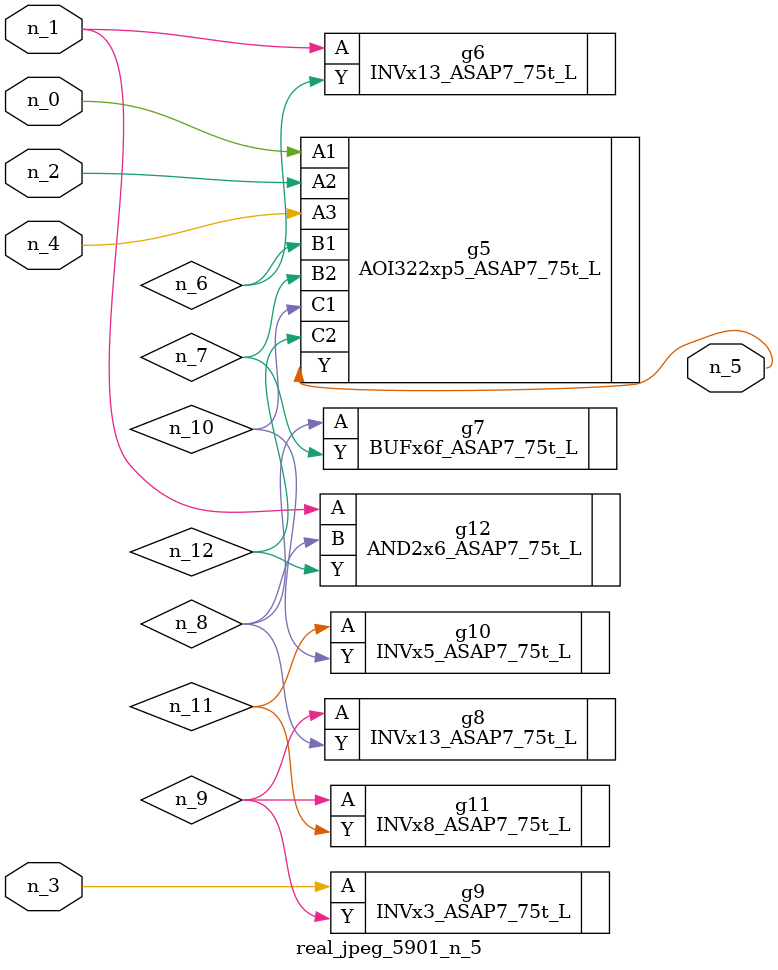
<source format=v>
module real_jpeg_5901_n_5 (n_4, n_0, n_1, n_2, n_3, n_5);

input n_4;
input n_0;
input n_1;
input n_2;
input n_3;

output n_5;

wire n_12;
wire n_8;
wire n_11;
wire n_6;
wire n_7;
wire n_10;
wire n_9;

AOI322xp5_ASAP7_75t_L g5 ( 
.A1(n_0),
.A2(n_2),
.A3(n_4),
.B1(n_6),
.B2(n_7),
.C1(n_10),
.C2(n_12),
.Y(n_5)
);

INVx13_ASAP7_75t_L g6 ( 
.A(n_1),
.Y(n_6)
);

AND2x6_ASAP7_75t_L g12 ( 
.A(n_1),
.B(n_8),
.Y(n_12)
);

INVx3_ASAP7_75t_L g9 ( 
.A(n_3),
.Y(n_9)
);

BUFx6f_ASAP7_75t_L g7 ( 
.A(n_8),
.Y(n_7)
);

INVx13_ASAP7_75t_L g8 ( 
.A(n_9),
.Y(n_8)
);

INVx8_ASAP7_75t_L g11 ( 
.A(n_9),
.Y(n_11)
);

INVx5_ASAP7_75t_L g10 ( 
.A(n_11),
.Y(n_10)
);


endmodule
</source>
